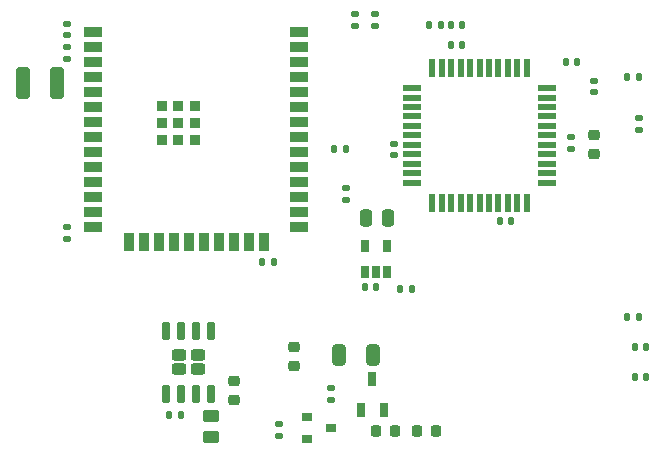
<source format=gbr>
%TF.GenerationSoftware,KiCad,Pcbnew,6.0.11+dfsg-1*%
%TF.CreationDate,2023-02-19T01:07:10+01:00*%
%TF.ProjectId,Mainboard,4d61696e-626f-4617-9264-2e6b69636164,rev?*%
%TF.SameCoordinates,Original*%
%TF.FileFunction,Paste,Top*%
%TF.FilePolarity,Positive*%
%FSLAX46Y46*%
G04 Gerber Fmt 4.6, Leading zero omitted, Abs format (unit mm)*
G04 Created by KiCad (PCBNEW 6.0.11+dfsg-1) date 2023-02-19 01:07:10*
%MOMM*%
%LPD*%
G01*
G04 APERTURE LIST*
G04 Aperture macros list*
%AMRoundRect*
0 Rectangle with rounded corners*
0 $1 Rounding radius*
0 $2 $3 $4 $5 $6 $7 $8 $9 X,Y pos of 4 corners*
0 Add a 4 corners polygon primitive as box body*
4,1,4,$2,$3,$4,$5,$6,$7,$8,$9,$2,$3,0*
0 Add four circle primitives for the rounded corners*
1,1,$1+$1,$2,$3*
1,1,$1+$1,$4,$5*
1,1,$1+$1,$6,$7*
1,1,$1+$1,$8,$9*
0 Add four rect primitives between the rounded corners*
20,1,$1+$1,$2,$3,$4,$5,0*
20,1,$1+$1,$4,$5,$6,$7,0*
20,1,$1+$1,$6,$7,$8,$9,0*
20,1,$1+$1,$8,$9,$2,$3,0*%
G04 Aperture macros list end*
%ADD10RoundRect,0.135000X0.135000X0.185000X-0.135000X0.185000X-0.135000X-0.185000X0.135000X-0.185000X0*%
%ADD11RoundRect,0.140000X0.140000X0.170000X-0.140000X0.170000X-0.140000X-0.170000X0.140000X-0.170000X0*%
%ADD12RoundRect,0.140000X-0.140000X-0.170000X0.140000X-0.170000X0.140000X0.170000X-0.140000X0.170000X0*%
%ADD13R,0.550000X1.500000*%
%ADD14R,1.500000X0.550000*%
%ADD15RoundRect,0.140000X0.170000X-0.140000X0.170000X0.140000X-0.170000X0.140000X-0.170000X-0.140000X0*%
%ADD16RoundRect,0.135000X-0.185000X0.135000X-0.185000X-0.135000X0.185000X-0.135000X0.185000X0.135000X0*%
%ADD17R,1.500000X0.900000*%
%ADD18R,0.900000X1.500000*%
%ADD19R,0.900000X0.900000*%
%ADD20RoundRect,0.135000X-0.135000X-0.185000X0.135000X-0.185000X0.135000X0.185000X-0.135000X0.185000X0*%
%ADD21RoundRect,0.218750X0.256250X-0.218750X0.256250X0.218750X-0.256250X0.218750X-0.256250X-0.218750X0*%
%ADD22R,0.900000X0.800000*%
%ADD23RoundRect,0.135000X0.185000X-0.135000X0.185000X0.135000X-0.185000X0.135000X-0.185000X-0.135000X0*%
%ADD24RoundRect,0.218750X-0.218750X-0.256250X0.218750X-0.256250X0.218750X0.256250X-0.218750X0.256250X0*%
%ADD25RoundRect,0.250000X-0.250000X-0.475000X0.250000X-0.475000X0.250000X0.475000X-0.250000X0.475000X0*%
%ADD26R,0.650000X1.060000*%
%ADD27RoundRect,0.218750X0.218750X0.256250X-0.218750X0.256250X-0.218750X-0.256250X0.218750X-0.256250X0*%
%ADD28R,0.650000X1.220000*%
%ADD29RoundRect,0.225000X0.250000X-0.225000X0.250000X0.225000X-0.250000X0.225000X-0.250000X-0.225000X0*%
%ADD30RoundRect,0.140000X-0.170000X0.140000X-0.170000X-0.140000X0.170000X-0.140000X0.170000X0.140000X0*%
%ADD31RoundRect,0.242500X0.382500X-0.242500X0.382500X0.242500X-0.382500X0.242500X-0.382500X-0.242500X0*%
%ADD32RoundRect,0.150000X0.150000X-0.650000X0.150000X0.650000X-0.150000X0.650000X-0.150000X-0.650000X0*%
%ADD33RoundRect,0.249999X-0.450001X0.262501X-0.450001X-0.262501X0.450001X-0.262501X0.450001X0.262501X0*%
%ADD34RoundRect,0.249999X0.325001X0.650001X-0.325001X0.650001X-0.325001X-0.650001X0.325001X-0.650001X0*%
%ADD35RoundRect,0.250000X0.325000X1.100000X-0.325000X1.100000X-0.325000X-1.100000X0.325000X-1.100000X0*%
G04 APERTURE END LIST*
%TO.C,U1*%
G36*
X132100000Y-51075000D02*
G01*
X131600000Y-51075000D01*
X131600000Y-50625000D01*
X132100000Y-50625000D01*
X132100000Y-51075000D01*
G37*
G36*
X133500000Y-52525000D02*
G01*
X133000000Y-52525000D01*
X133000000Y-52025000D01*
X133500000Y-52025000D01*
X133500000Y-52525000D01*
G37*
G36*
X132100000Y-49725000D02*
G01*
X131600000Y-49725000D01*
X131600000Y-49225000D01*
X132100000Y-49225000D01*
X132100000Y-49725000D01*
G37*
G36*
X130700000Y-52525000D02*
G01*
X130200000Y-52525000D01*
X130200000Y-52025000D01*
X130700000Y-52025000D01*
X130700000Y-52525000D01*
G37*
G36*
X130700000Y-49725000D02*
G01*
X130200000Y-49725000D01*
X130200000Y-49225000D01*
X130700000Y-49225000D01*
X130700000Y-49725000D01*
G37*
G36*
X130700000Y-51125000D02*
G01*
X130200000Y-51125000D01*
X130200000Y-50625000D01*
X130700000Y-50625000D01*
X130700000Y-51125000D01*
G37*
G36*
X133500000Y-51125000D02*
G01*
X133000000Y-51125000D01*
X133000000Y-50625000D01*
X133500000Y-50625000D01*
X133500000Y-51125000D01*
G37*
G36*
X132100000Y-52525000D02*
G01*
X131600000Y-52525000D01*
X131600000Y-52025000D01*
X132100000Y-52025000D01*
X132100000Y-52525000D01*
G37*
G36*
X133500000Y-49725000D02*
G01*
X133000000Y-49725000D01*
X133000000Y-49225000D01*
X133500000Y-49225000D01*
X133500000Y-49725000D01*
G37*
%TD*%
D10*
%TO.C,R5*%
X170815000Y-46990000D03*
X169795000Y-46990000D03*
%TD*%
%TO.C,R6*%
X170815000Y-67310000D03*
X169795000Y-67310000D03*
%TD*%
D11*
%TO.C,C3*%
X160020000Y-59182000D03*
X159060000Y-59182000D03*
%TD*%
D12*
%TO.C,C5*%
X154940000Y-44290000D03*
X155900000Y-44290000D03*
%TD*%
D13*
%TO.C,U2*%
X161353000Y-46210000D03*
X160553000Y-46210000D03*
X159753000Y-46210000D03*
X158953000Y-46210000D03*
X158153000Y-46210000D03*
X157353000Y-46210000D03*
X156553000Y-46210000D03*
X155753000Y-46210000D03*
X154953000Y-46210000D03*
X154153000Y-46210000D03*
X153353000Y-46210000D03*
D14*
X151653000Y-47910000D03*
X151653000Y-48710000D03*
X151653000Y-49510000D03*
X151653000Y-50310000D03*
X151653000Y-51110000D03*
X151653000Y-51910000D03*
X151653000Y-52710000D03*
X151653000Y-53510000D03*
X151653000Y-54310000D03*
X151653000Y-55110000D03*
X151653000Y-55910000D03*
D13*
X153353000Y-57610000D03*
X154153000Y-57610000D03*
X154953000Y-57610000D03*
X155753000Y-57610000D03*
X156553000Y-57610000D03*
X157353000Y-57610000D03*
X158153000Y-57610000D03*
X158953000Y-57610000D03*
X159753000Y-57610000D03*
X160553000Y-57610000D03*
X161353000Y-57610000D03*
D14*
X163053000Y-55910000D03*
X163053000Y-55110000D03*
X163053000Y-54310000D03*
X163053000Y-53510000D03*
X163053000Y-52710000D03*
X163053000Y-51910000D03*
X163053000Y-51110000D03*
X163053000Y-50310000D03*
X163053000Y-49510000D03*
X163053000Y-48710000D03*
X163053000Y-47910000D03*
%TD*%
D15*
%TO.C,C6*%
X165100000Y-53030000D03*
X165100000Y-52070000D03*
%TD*%
D12*
%TO.C,C2*%
X154940000Y-42545000D03*
X155900000Y-42545000D03*
%TD*%
D16*
%TO.C,R4*%
X122461000Y-59686000D03*
X122461000Y-60706000D03*
%TD*%
D15*
%TO.C,C1*%
X122461000Y-43434000D03*
X122461000Y-42474000D03*
%TD*%
D16*
%TO.C,R1*%
X122461000Y-44446000D03*
X122461000Y-45466000D03*
%TD*%
D17*
%TO.C,U1*%
X124600000Y-43180000D03*
X124600000Y-44450000D03*
X124600000Y-45720000D03*
X124600000Y-46990000D03*
X124600000Y-48260000D03*
X124600000Y-49530000D03*
X124600000Y-50800000D03*
X124600000Y-52070000D03*
X124600000Y-53340000D03*
X124600000Y-54610000D03*
X124600000Y-55880000D03*
X124600000Y-57150000D03*
X124600000Y-58420000D03*
X124600000Y-59690000D03*
D18*
X127635000Y-60915000D03*
X128905000Y-60915000D03*
X130175000Y-60915000D03*
X131445000Y-60915000D03*
X132715000Y-60915000D03*
X133985000Y-60915000D03*
X135255000Y-60915000D03*
X136525000Y-60915000D03*
X137795000Y-60915000D03*
X139065000Y-60915000D03*
D17*
X142100000Y-59690000D03*
X142100000Y-58420000D03*
X142100000Y-57150000D03*
X142100000Y-55880000D03*
X142100000Y-54610000D03*
X142100000Y-53340000D03*
X142100000Y-52070000D03*
X142100000Y-50800000D03*
X142100000Y-49530000D03*
X142100000Y-48260000D03*
X142100000Y-46990000D03*
X142100000Y-45720000D03*
X142100000Y-44450000D03*
X142100000Y-43180000D03*
D19*
X130450000Y-49465000D03*
X131850000Y-50865000D03*
X133250000Y-52265000D03*
X131850000Y-49465000D03*
X133250000Y-49465000D03*
X131850000Y-52265000D03*
X130450000Y-50865000D03*
X133250000Y-50865000D03*
X130450000Y-52265000D03*
%TD*%
D20*
%TO.C,R3*%
X138971000Y-62616000D03*
X139991000Y-62616000D03*
%TD*%
D21*
%TO.C,FB1*%
X167005000Y-53492500D03*
X167005000Y-51917500D03*
%TD*%
D22*
%TO.C,Q1*%
X142780000Y-75758000D03*
X142780000Y-77658000D03*
X144780000Y-76708000D03*
%TD*%
D23*
%TO.C,R7*%
X144780000Y-74295000D03*
X144780000Y-73275000D03*
%TD*%
D24*
%TO.C,D2*%
X152095000Y-76962000D03*
X153670000Y-76962000D03*
%TD*%
D12*
%TO.C,C7*%
X147630000Y-64770000D03*
X148590000Y-64770000D03*
%TD*%
D25*
%TO.C,C8*%
X147706000Y-58928000D03*
X149606000Y-58928000D03*
%TD*%
D26*
%TO.C,U3*%
X147640000Y-63500000D03*
X148590000Y-63500000D03*
X149540000Y-63500000D03*
X149540000Y-61300000D03*
X147640000Y-61300000D03*
%TD*%
D27*
%TO.C,D1*%
X150165000Y-76962000D03*
X148590000Y-76962000D03*
%TD*%
D28*
%TO.C,Q2*%
X147325000Y-75184000D03*
X149225000Y-75184000D03*
X148275000Y-72564000D03*
%TD*%
D12*
%TO.C,C9*%
X164648000Y-45720000D03*
X165608000Y-45720000D03*
%TD*%
D20*
%TO.C,R9*%
X145032000Y-53086000D03*
X146052000Y-53086000D03*
%TD*%
D10*
%TO.C,R10*%
X132080000Y-75565000D03*
X131060000Y-75565000D03*
%TD*%
D29*
%TO.C,C10*%
X141605000Y-71400000D03*
X141605000Y-69850000D03*
%TD*%
D12*
%TO.C,C11*%
X170490000Y-72390000D03*
X171450000Y-72390000D03*
%TD*%
%TO.C,C12*%
X170490000Y-69850000D03*
X171450000Y-69850000D03*
%TD*%
D15*
%TO.C,C13*%
X170815000Y-51435000D03*
X170815000Y-50475000D03*
%TD*%
D30*
%TO.C,C14*%
X167005000Y-47300000D03*
X167005000Y-48260000D03*
%TD*%
D31*
%TO.C,U4*%
X131940000Y-70520000D03*
X133490000Y-70520000D03*
X133490000Y-71720000D03*
X131940000Y-71720000D03*
D32*
X130810000Y-73770000D03*
X132080000Y-73770000D03*
X133350000Y-73770000D03*
X134620000Y-73770000D03*
X134620000Y-68470000D03*
X133350000Y-68470000D03*
X132080000Y-68470000D03*
X130810000Y-68470000D03*
%TD*%
D33*
%TO.C,R11*%
X134620000Y-75645000D03*
X134620000Y-77470000D03*
%TD*%
D29*
%TO.C,C15*%
X136525000Y-74295000D03*
X136525000Y-72745000D03*
%TD*%
D34*
%TO.C,C16*%
X148365000Y-70485000D03*
X145415000Y-70485000D03*
%TD*%
D35*
%TO.C,C17*%
X121617000Y-47498000D03*
X118667000Y-47498000D03*
%TD*%
D10*
%TO.C,R2*%
X154055000Y-42545000D03*
X153035000Y-42545000D03*
%TD*%
D15*
%TO.C,C4*%
X150114000Y-53566000D03*
X150114000Y-52606000D03*
%TD*%
D16*
%TO.C,R8*%
X146050000Y-56386000D03*
X146050000Y-57406000D03*
%TD*%
D10*
%TO.C,R12*%
X151640000Y-64897000D03*
X150620000Y-64897000D03*
%TD*%
D16*
%TO.C,R15*%
X148463000Y-41654000D03*
X148463000Y-42674000D03*
%TD*%
%TO.C,R14*%
X146812000Y-41654000D03*
X146812000Y-42674000D03*
%TD*%
%TO.C,R13*%
X140335000Y-76325000D03*
X140335000Y-77345000D03*
%TD*%
M02*

</source>
